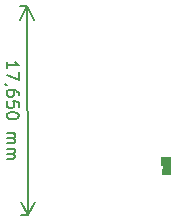
<source format=gbr>
G04 #@! TF.GenerationSoftware,KiCad,Pcbnew,(5.1.6)-1*
G04 #@! TF.CreationDate,2021-12-03T11:37:05+01:00*
G04 #@! TF.ProjectId,Keyvilboard2.0,4b657976-696c-4626-9f61-7264322e302e,rev?*
G04 #@! TF.SameCoordinates,Original*
G04 #@! TF.FileFunction,OtherDrawing,Comment*
%FSLAX46Y46*%
G04 Gerber Fmt 4.6, Leading zero omitted, Abs format (unit mm)*
G04 Created by KiCad (PCBNEW (5.1.6)-1) date 2021-12-03 11:37:05*
%MOMM*%
%LPD*%
G01*
G04 APERTURE LIST*
%ADD10C,0.100000*%
%ADD11C,0.150000*%
G04 APERTURE END LIST*
D10*
G36*
X144760000Y-105870000D02*
G01*
X144070000Y-105870000D01*
X144100000Y-105070000D01*
X143940000Y-105070000D01*
X143940000Y-104420000D01*
X143955350Y-104429932D01*
X144740000Y-104420000D01*
X144760000Y-105870000D01*
G37*
X144760000Y-105870000D02*
X144070000Y-105870000D01*
X144100000Y-105070000D01*
X143940000Y-105070000D01*
X143940000Y-104420000D01*
X143955350Y-104429932D01*
X144740000Y-104420000D01*
X144760000Y-105870000D01*
D11*
X130902508Y-96928550D02*
X130900889Y-96357124D01*
X130901699Y-96642837D02*
X131901695Y-96640004D01*
X131758568Y-96545171D01*
X131663061Y-96450203D01*
X131615172Y-96355100D01*
X131903448Y-97259049D02*
X131905337Y-97925713D01*
X130904127Y-97499976D01*
X130954174Y-98356981D02*
X130906555Y-98357115D01*
X130811182Y-98309766D01*
X130763429Y-98262282D01*
X131908979Y-99211422D02*
X131908440Y-99020947D01*
X131860551Y-98925844D01*
X131812797Y-98878360D01*
X131669671Y-98783527D01*
X131479060Y-98736448D01*
X131098110Y-98737527D01*
X131003007Y-98785415D01*
X130955523Y-98833169D01*
X130908174Y-98928542D01*
X130908713Y-99119017D01*
X130956602Y-99214120D01*
X131004356Y-99261604D01*
X131099728Y-99308953D01*
X131337823Y-99308279D01*
X131432925Y-99260390D01*
X131480409Y-99212636D01*
X131527758Y-99117264D01*
X131527219Y-98926788D01*
X131479330Y-98831685D01*
X131431576Y-98784201D01*
X131336204Y-98736852D01*
X131911812Y-100211418D02*
X131910463Y-99735229D01*
X131434140Y-99688960D01*
X131481893Y-99736444D01*
X131529782Y-99831546D01*
X131530456Y-100069641D01*
X131483107Y-100165013D01*
X131435623Y-100212767D01*
X131340521Y-100260656D01*
X131102426Y-100261330D01*
X131007054Y-100213981D01*
X130959300Y-100166497D01*
X130911411Y-100071394D01*
X130910737Y-99833300D01*
X130958086Y-99737927D01*
X131005570Y-99690174D01*
X131913701Y-100878082D02*
X131913970Y-100973320D01*
X131866621Y-101068692D01*
X131819137Y-101116446D01*
X131724034Y-101164335D01*
X131533694Y-101212493D01*
X131295600Y-101213168D01*
X131104989Y-101166088D01*
X131009617Y-101118739D01*
X130961863Y-101071255D01*
X130913974Y-100976153D01*
X130913705Y-100880915D01*
X130961054Y-100785542D01*
X131008538Y-100737789D01*
X131103640Y-100689900D01*
X131293981Y-100641741D01*
X131532075Y-100641067D01*
X131722686Y-100688146D01*
X131818058Y-100735495D01*
X131865812Y-100782979D01*
X131913701Y-100878082D01*
X130918021Y-102404718D02*
X131584685Y-102402830D01*
X131489448Y-102403100D02*
X131537201Y-102450583D01*
X131585090Y-102545686D01*
X131585495Y-102688543D01*
X131538146Y-102783915D01*
X131443043Y-102831804D01*
X130919235Y-102833288D01*
X131443043Y-102831804D02*
X131538415Y-102879153D01*
X131586304Y-102974256D01*
X131586709Y-103117113D01*
X131539360Y-103212485D01*
X131444257Y-103260374D01*
X130920449Y-103261858D01*
X130921798Y-103738046D02*
X131588462Y-103736158D01*
X131493225Y-103736428D02*
X131540978Y-103783911D01*
X131588867Y-103879014D01*
X131589272Y-104021871D01*
X131541923Y-104117243D01*
X131446820Y-104165132D01*
X130923012Y-104166616D01*
X131446820Y-104165132D02*
X131542193Y-104212481D01*
X131590081Y-104307584D01*
X131590486Y-104450441D01*
X131543137Y-104545813D01*
X131448034Y-104593702D01*
X130924227Y-104595186D01*
X132640000Y-91670000D02*
X132690000Y-109320000D01*
X132640000Y-91670000D02*
X132053582Y-91671661D01*
X132690000Y-109320000D02*
X132103582Y-109321661D01*
X132690000Y-109320000D02*
X132100390Y-108195162D01*
X132690000Y-109320000D02*
X133273227Y-108191840D01*
X132640000Y-91670000D02*
X132056773Y-92798160D01*
X132640000Y-91670000D02*
X133229610Y-92794838D01*
M02*

</source>
